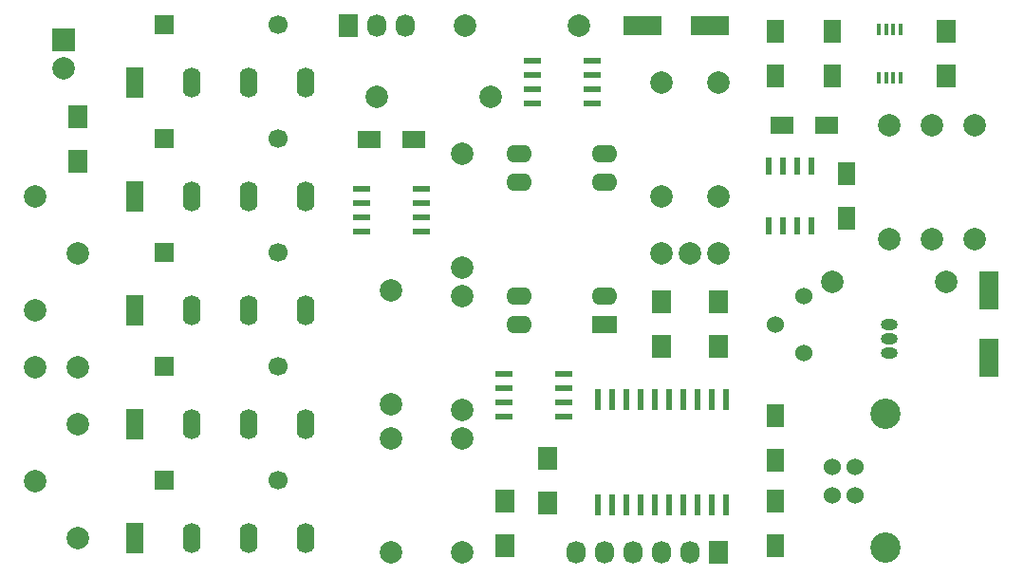
<source format=gts>
G04 #@! TF.FileFunction,Soldermask,Top*
%FSLAX46Y46*%
G04 Gerber Fmt 4.6, Leading zero omitted, Abs format (unit mm)*
G04 Created by KiCad (PCBNEW 0.201508090901+6074~28~ubuntu14.04.1-product) date Wed 12 Aug 2015 15:55:11 CEST*
%MOMM*%
G01*
G04 APERTURE LIST*
%ADD10C,0.100000*%
%ADD11R,1.800860X3.500120*%
%ADD12R,2.000000X1.600000*%
%ADD13R,1.600000X2.000000*%
%ADD14R,3.500120X1.800860*%
%ADD15C,1.699260*%
%ADD16R,1.699260X1.699260*%
%ADD17R,2.000000X2.000000*%
%ADD18C,2.000000*%
%ADD19R,1.600000X2.700000*%
%ADD20O,1.600000X2.700000*%
%ADD21R,2.286000X1.574800*%
%ADD22O,2.286000X1.574800*%
%ADD23C,1.524000*%
%ADD24C,2.700020*%
%ADD25R,1.727200X2.032000*%
%ADD26O,1.727200X2.032000*%
%ADD27C,1.998980*%
%ADD28R,1.700000X2.000000*%
%ADD29R,0.600000X1.550000*%
%ADD30R,1.550000X0.600000*%
%ADD31R,0.400000X1.100000*%
%ADD32R,0.600000X1.950000*%
%ADD33O,1.501140X0.950000*%
G04 APERTURE END LIST*
D10*
D11*
X157480000Y-89359740D03*
X157480000Y-83360260D03*
D12*
X106140000Y-69850000D03*
X102140000Y-69850000D03*
D13*
X138430000Y-106140000D03*
X138430000Y-102140000D03*
X138430000Y-94520000D03*
X138430000Y-98520000D03*
X143510000Y-60230000D03*
X143510000Y-64230000D03*
X138430000Y-64230000D03*
X138430000Y-60230000D03*
D12*
X138970000Y-68580000D03*
X142970000Y-68580000D03*
D14*
X126540260Y-59690000D03*
X132539740Y-59690000D03*
D13*
X144780000Y-72930000D03*
X144780000Y-76930000D03*
D15*
X93980520Y-59687460D03*
D16*
X83820520Y-59687460D03*
D17*
X74930000Y-60960000D03*
D18*
X74930000Y-63500000D03*
X133350000Y-80010000D03*
X130810000Y-80010000D03*
X128270000Y-80010000D03*
D15*
X93980520Y-69847460D03*
D16*
X83820520Y-69847460D03*
D15*
X93980520Y-80007460D03*
D16*
X83820520Y-80007460D03*
D15*
X93980520Y-90167460D03*
D16*
X83820520Y-90167460D03*
D15*
X93980520Y-100327460D03*
D16*
X83820520Y-100327460D03*
D19*
X81280000Y-64770000D03*
D20*
X86360000Y-64770000D03*
X91440000Y-64770000D03*
X96520000Y-64770000D03*
D21*
X123190000Y-86360000D03*
D22*
X123190000Y-83820000D03*
X123190000Y-73660000D03*
X123190000Y-71120000D03*
X115570000Y-71120000D03*
X115570000Y-73660000D03*
X115570000Y-83820000D03*
X115570000Y-86360000D03*
D19*
X81280000Y-74930000D03*
D20*
X86360000Y-74930000D03*
X91440000Y-74930000D03*
X96520000Y-74930000D03*
D19*
X81280000Y-85090000D03*
D20*
X86360000Y-85090000D03*
X91440000Y-85090000D03*
X96520000Y-85090000D03*
D19*
X81280000Y-95250000D03*
D20*
X86360000Y-95250000D03*
X91440000Y-95250000D03*
X96520000Y-95250000D03*
D19*
X81280000Y-105410000D03*
D20*
X86360000Y-105410000D03*
X91440000Y-105410000D03*
X96520000Y-105410000D03*
D23*
X143510000Y-101600000D03*
X143510000Y-99060000D03*
X145508980Y-99060000D03*
X145508980Y-101600000D03*
D24*
X148209000Y-106329480D03*
X148209000Y-94330520D03*
D25*
X100330000Y-59690000D03*
D26*
X102870000Y-59690000D03*
X105410000Y-59690000D03*
D25*
X133350000Y-106680000D03*
D26*
X130810000Y-106680000D03*
X128270000Y-106680000D03*
X125730000Y-106680000D03*
X123190000Y-106680000D03*
X120650000Y-106680000D03*
D27*
X143510000Y-82550000D03*
X153670000Y-82550000D03*
D23*
X138430000Y-86360000D03*
X140970000Y-83820000D03*
X140970000Y-88900000D03*
D27*
X148590000Y-78740000D03*
X148590000Y-68580000D03*
X152400000Y-78740000D03*
X152400000Y-68580000D03*
X156210000Y-68580000D03*
X156210000Y-78740000D03*
D28*
X114300000Y-106140000D03*
X114300000Y-102140000D03*
X118110000Y-102330000D03*
X118110000Y-98330000D03*
X153670000Y-64230000D03*
X153670000Y-60230000D03*
D27*
X133350000Y-74930000D03*
X133350000Y-64770000D03*
X128270000Y-64770000D03*
X128270000Y-74930000D03*
X113030000Y-66040000D03*
X102870000Y-66040000D03*
X110490000Y-96520000D03*
X110490000Y-106680000D03*
X110490000Y-83820000D03*
X110490000Y-93980000D03*
X104140000Y-93472000D03*
X104140000Y-83312000D03*
X110490000Y-81280000D03*
X110490000Y-71120000D03*
X104140000Y-96520000D03*
X104140000Y-106680000D03*
X120904000Y-59690000D03*
X110744000Y-59690000D03*
D28*
X76200000Y-67850000D03*
X76200000Y-71850000D03*
X133350000Y-84360000D03*
X133350000Y-88360000D03*
X128270000Y-84360000D03*
X128270000Y-88360000D03*
D27*
X72390000Y-74930000D03*
X72390000Y-85090000D03*
X76200000Y-80010000D03*
X76200000Y-90170000D03*
X72390000Y-100330000D03*
X72390000Y-90170000D03*
X76200000Y-105410000D03*
X76200000Y-95250000D03*
D29*
X137795000Y-77630000D03*
X139065000Y-77630000D03*
X140335000Y-77630000D03*
X141605000Y-77630000D03*
X141605000Y-72230000D03*
X140335000Y-72230000D03*
X139065000Y-72230000D03*
X137795000Y-72230000D03*
D30*
X116680000Y-62865000D03*
X116680000Y-64135000D03*
X116680000Y-65405000D03*
X116680000Y-66675000D03*
X122080000Y-66675000D03*
X122080000Y-65405000D03*
X122080000Y-64135000D03*
X122080000Y-62865000D03*
X101440000Y-74295000D03*
X101440000Y-75565000D03*
X101440000Y-76835000D03*
X101440000Y-78105000D03*
X106840000Y-78105000D03*
X106840000Y-76835000D03*
X106840000Y-75565000D03*
X106840000Y-74295000D03*
D31*
X147615000Y-64380000D03*
X148265000Y-64380000D03*
X148915000Y-64380000D03*
X149565000Y-64380000D03*
X149565000Y-60080000D03*
X148915000Y-60080000D03*
X148265000Y-60080000D03*
X147615000Y-60080000D03*
D32*
X133985000Y-93090000D03*
X132715000Y-93090000D03*
X131445000Y-93090000D03*
X130175000Y-93090000D03*
X128905000Y-93090000D03*
X127635000Y-93090000D03*
X126365000Y-93090000D03*
X125095000Y-93090000D03*
X123825000Y-93090000D03*
X122555000Y-93090000D03*
X122555000Y-102490000D03*
X123825000Y-102490000D03*
X125095000Y-102490000D03*
X126365000Y-102490000D03*
X127635000Y-102490000D03*
X128905000Y-102490000D03*
X130175000Y-102490000D03*
X131445000Y-102490000D03*
X132715000Y-102490000D03*
X133985000Y-102490000D03*
D30*
X114140000Y-90805000D03*
X114140000Y-92075000D03*
X114140000Y-93345000D03*
X114140000Y-94615000D03*
X119540000Y-94615000D03*
X119540000Y-93345000D03*
X119540000Y-92075000D03*
X119540000Y-90805000D03*
D33*
X148590000Y-87630000D03*
X148590000Y-88900000D03*
X148590000Y-86360000D03*
M02*

</source>
